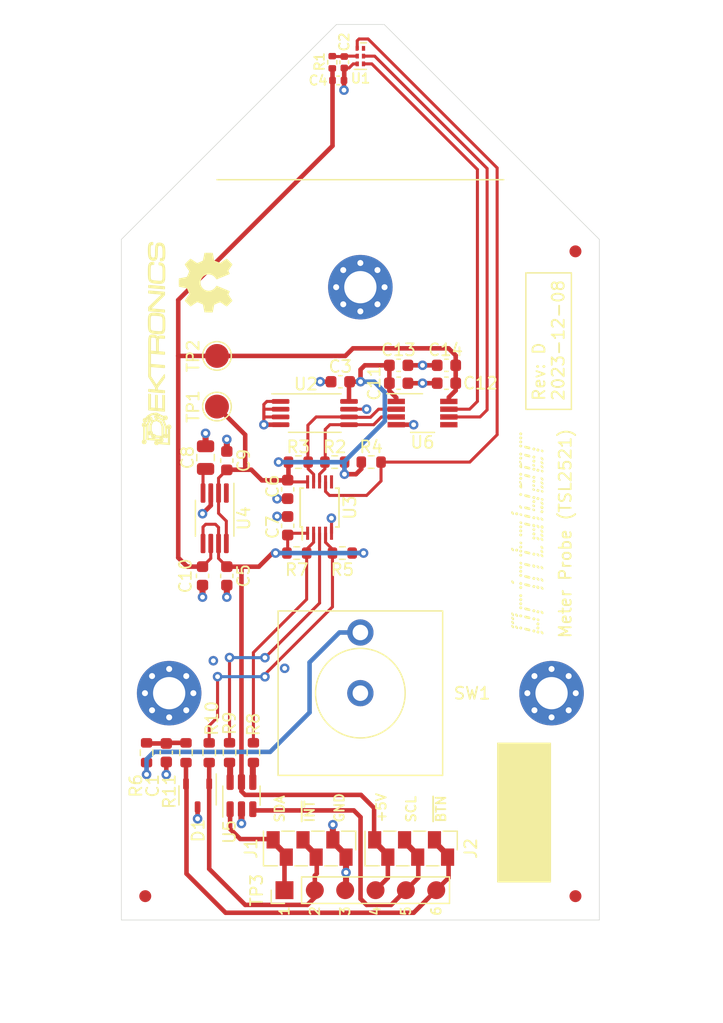
<source format=kicad_pcb>
(kicad_pcb (version 20221018) (generator pcbnew)
  (title_block (title "Printalyzer - Meter Probe (TSL2521)") (date "2023-12-08") (rev "D") (company "Dektronics, Inc.") (comment 1 "Derek Konigsberg"))
  (layers (0 "F.Cu" signal) (1 "In1.Cu" power) (2 "In2.Cu" power) (31 "B.Cu" signal) (34 "B.Paste" user) (35 "F.Paste" user) (36 "B.SilkS" user "B.Silkscreen") (37 "F.SilkS" user "F.Silkscreen") (38 "B.Mask" user) (39 "F.Mask" user) (44 "Edge.Cuts" user))
  (net 0 "")
  (net 1 "GND")
  (net 2 "+3.3V")
  (net 3 "+5V")
  (net 4 "/PROBE_BTN")
  (net 5 "/PROBE_CONN_INT")
  (net 6 "/PROBE_CONN_BTN")
  (net 7 "/PROBE_CONN_SDA")
  (net 8 "/PROBE_CONN_SCL")
  (net 9 "/SENSOR_INT")
  (net 10 "/PROBE_INT")
  (net 11 "/SENSOR_SCL")
  (net 12 "/SENSOR_SDA")
  (net 13 "/PROBE_SCL")
  (net 14 "Net-(U4-BYPASS)")
  (net 15 "/PROBE_SDA")
  (net 16 "Net-(R8-Pad2)")
  (net 18 "+1V8")
  (net 19 "Net-(U1-VDD)")
  (net 20 "Net-(R9-Pad2)")
  (net 23 "/3V3_SDA")
  (net 24 "/3V3_SCL")
  (net 25 "Net-(R6-Pad1)")
  (footprint "MountingHole:MountingHole_2.7mm_M2.5_Pad_Via" (layer "F.Cu") (at 104 116)
    (fp_text reference "H1" hide)
    (fp_text value "MountingHole_Pad" hide)
    (pad "1" thru_hole circle locked (at -2.025 0) (size 0.8 0.8) (drill 0.5) (layers "*.Cu" "*.Mask") (net 1 "GND"))
    (pad "1" thru_hole circle locked (at -1.431891 -1.431891) (size 0.8 0.8) (drill 0.5) (layers "*.Cu" "*.Mask") (net 1 "GND"))
    (pad "1" thru_hole circle locked (at -1.431891 1.431891) (size 0.8 0.8) (drill 0.5) (layers "*.Cu" "*.Mask") (net 1 "GND"))
    (pad "1" thru_hole circle locked (at 0 -2.025) (size 0.8 0.8) (drill 0.5) (layers "*.Cu" "*.Mask") (net 1 "GND"))
    (pad "1" thru_hole circle locked (at 0 0) (size 5.4 5.4) (drill 2.7) (layers "*.Cu" "*.Mask") (net 1 "GND"))
    (pad "1" thru_hole circle locked (at 0 2.025) (size 0.8 0.8) (drill 0.5) (layers "*.Cu" "*.Mask") (net 1 "GND"))
    (pad "1" thru_hole circle locked (at 1.431891 -1.431891) (size 0.8 0.8) (drill 0.5) (layers "*.Cu" "*.Mask") (net 1 "GND"))
    (pad "1" thru_hole circle locked (at 1.431891 1.431891) (size 0.8 0.8) (drill 0.5) (layers "*.Cu" "*.Mask") (net 1 "GND"))
    (pad "1" thru_hole circle locked (at 2.025 0) (size 0.8 0.8) (drill 0.5) (layers "*.Cu" "*.Mask") (net 1 "GND"))
  )
  (footprint "MountingHole:MountingHole_2.7mm_M2.5_Pad_Via" (layer "F.Cu") (at 136 116)
    (fp_text reference "H2" hide)
    (fp_text value "MountingHole_Pad" hide)
    (pad "1" thru_hole circle locked (at -2.025 0) (size 0.8 0.8) (drill 0.5) (layers "*.Cu" "*.Mask") (net 1 "GND"))
    (pad "1" thru_hole circle locked (at -1.431891 -1.431891) (size 0.8 0.8) (drill 0.5) (layers "*.Cu" "*.Mask") (net 1 "GND"))
    (pad "1" thru_hole circle locked (at -1.431891 1.431891) (size 0.8 0.8) (drill 0.5) (layers "*.Cu" "*.Mask") (net 1 "GND"))
    (pad "1" thru_hole circle locked (at 0 -2.025) (size 0.8 0.8) (drill 0.5) (layers "*.Cu" "*.Mask") (net 1 "GND"))
    (pad "1" thru_hole circle locked (at 0 0) (size 5.4 5.4) (drill 2.7) (layers "*.Cu" "*.Mask") (net 1 "GND"))
    (pad "1" thru_hole circle locked (at 0 2.025) (size 0.8 0.8) (drill 0.5) (layers "*.Cu" "*.Mask") (net 1 "GND"))
    (pad "1" thru_hole circle locked (at 1.431891 -1.431891) (size 0.8 0.8) (drill 0.5) (layers "*.Cu" "*.Mask") (net 1 "GND"))
    (pad "1" thru_hole circle locked (at 1.431891 1.431891) (size 0.8 0.8) (drill 0.5) (layers "*.Cu" "*.Mask") (net 1 "GND"))
    (pad "1" thru_hole circle locked (at 2.025 0) (size 0.8 0.8) (drill 0.5) (layers "*.Cu" "*.Mask") (net 1 "GND"))
  )
  (footprint "MountingHole:MountingHole_2.7mm_M2.5_Pad_Via" (layer "F.Cu") (at 120 82)
    (fp_text reference "H3" hide)
    (fp_text value "MountingHole_Pad" hide)
    (pad "1" thru_hole circle locked (at -2.025 0) (size 0.8 0.8) (drill 0.5) (layers "*.Cu" "*.Mask") (net 1 "GND"))
    (pad "1" thru_hole circle locked (at -1.431891 -1.431891) (size 0.8 0.8) (drill 0.5) (layers "*.Cu" "*.Mask") (net 1 "GND"))
    (pad "1" thru_hole circle locked (at -1.431891 1.431891) (size 0.8 0.8) (drill 0.5) (layers "*.Cu" "*.Mask") (net 1 "GND"))
    (pad "1" thru_hole circle locked (at 0 -2.025) (size 0.8 0.8) (drill 0.5) (layers "*.Cu" "*.Mask") (net 1 "GND"))
    (pad "1" thru_hole circle locked (at 0 0) (size 5.4 5.4) (drill 2.7) (layers "*.Cu" "*.Mask") (net 1 "GND"))
    (pad "1" thru_hole circle locked (at 0 2.025) (size 0.8 0.8) (drill 0.5) (layers "*.Cu" "*.Mask") (net 1 "GND"))
    (pad "1" thru_hole circle locked (at 1.431891 -1.431891) (size 0.8 0.8) (drill 0.5) (layers "*.Cu" "*.Mask") (net 1 "GND"))
    (pad "1" thru_hole circle locked (at 1.431891 1.431891) (size 0.8 0.8) (drill 0.5) (layers "*.Cu" "*.Mask") (net 1 "GND"))
    (pad "1" thru_hole circle locked (at 2.025 0) (size 0.8 0.8) (drill 0.5) (layers "*.Cu" "*.Mask") (net 1 "GND"))
  )
  (footprint "lib_fp:SW_Key_6425_0101" (layer "F.Cu") (at 120 116)
    (fp_text reference "SW1" (at 9.35 0.01) (layer "F.SilkS"))
    (fp_text value "Sensor Button")
    (pad "" np_thru_hole circle locked (at -5.08 5.08) (size 1.3 1.3) (drill 1.3) (layers "*.Cu" "*.Mask"))
    (pad "" np_thru_hole circle locked (at 5.08 -5.08) (size 1.3 1.3) (drill 1.3) (layers "*.Cu" "*.Mask"))
    (pad "1" thru_hole circle locked (at 0 0) (size 2.2 2.2) (drill 1.3) (layers "*.Cu" "*.Mask") (net 1 "GND"))
    (pad "2" thru_hole circle locked (at 0 -5.08) (size 2.2 2.2) (drill 1.3) (layers "*.Cu" "*.Mask") (net 25 "Net-(R6-Pad1)"))
  )
  (footprint "lib_fp:Printalyzer-logo-16_9mm" (layer "F.Cu") (at 133.97 102.6234 90)
    (fp_text reference "G***" hide)
    (fp_text value "LOGO" hide)
  )
  (footprint "lib_fp:OSHW-logo_5mm" (layer "F.Cu") (at 107.05 81.6184 90)
    (fp_text reference "G***" hide)
    (fp_text value "OSHW-logo_5mm" hide)
  )
  (footprint "Resistor_SMD:R_0603_1608Metric" (layer "F.Cu") (at 117.856 96.647 180)
    (fp_text reference "R2" (at 0 1.27) (layer "F.SilkS"))
    (fp_text value "2K")
    (pad "1" smd roundrect (at -0.825 0 180) (size 0.8 0.95) (layers "F.Cu" "F.Paste" "F.Mask") (net 2 "+3.3V"))
    (pad "2" smd roundrect (at 0.825 0 180) (size 0.8 0.95) (layers "F.Cu" "F.Paste" "F.Mask") (net 23 "/3V3_SDA"))
  )
  (footprint "TestPoint:TestPoint_Pad_D2.0mm" (layer "F.Cu") (at 108.0008 87.757 90)
    (fp_text reference "TP2" (at 0 -1.998 90) (layer "F.SilkS"))
    (fp_text value "1.8V")
    (pad "1" smd circle (at 0 0 90) (size 2 2) (layers "F.Cu" "F.Mask") (net 18 "+1V8"))
  )
  (footprint "Capacitor_SMD:C_0402_1005Metric" (layer "F.Cu") (at 118.15 64.687)
    (fp_text reference "C4" (at -1.691 0) (layer "F.SilkS") (effects (font (size 0.8 0.8))))
    (fp_text value "4.7uF")
    (pad "1" smd roundrect (at -0.48 0) (size 0.56 0.62) (layers "F.Cu" "F.Paste" "F.Mask") (net 18 "+1V8"))
    (pad "2" smd roundrect (at 0.48 0) (size 0.56 0.62) (layers "F.Cu" "F.Paste" "F.Mask") (net 1 "GND"))
  )
  (footprint "Capacitor_SMD:C_0603_1608Metric" (layer "F.Cu") (at 108.824 96.5274 -90)
    (fp_text reference "C9" (at -0.0074 -1.412 90) (layer "F.SilkS"))
    (fp_text value "1uF")
    (pad "1" smd roundrect (at -0.775 0 270) (size 0.9 0.95) (layers "F.Cu" "F.Paste" "F.Mask") (net 1 "GND"))
    (pad "2" smd roundrect (at 0.775 0 270) (size 0.9 0.95) (layers "F.Cu" "F.Paste" "F.Mask") (net 2 "+3.3V"))
  )
  (footprint "Fiducial:Fiducial_1mm_Mask2mm" (layer "F.Cu") (at 138 79)
    (fp_text reference "FID3" hide)
    (fp_text value "Fiducial")
    (pad "" smd circle (at 0 0) (size 1 1) (layers "F.Cu" "F.Mask") (clearance 0.5))
  )
  (footprint "Capacitor_SMD:C_0402_1005Metric" (layer "F.Cu") (at 118.65 63.163 -90)
    (fp_text reference "C2" (at -1.695 0 90) (layer "F.SilkS") (effects (font (size 0.8 0.8))))
    (fp_text value "1uF")
    (pad "1" smd roundrect (at -0.48 0 270) (size 0.56 0.62) (layers "F.Cu" "F.Paste" "F.Mask") (net 19 "Net-(U1-VDD)"))
    (pad "2" smd roundrect (at 0.48 0 270) (size 0.56 0.62) (layers "F.Cu" "F.Paste" "F.Mask") (net 1 "GND"))
  )
  (footprint "lib_fp:TestPoint_1x06_P2.54mm" (layer "F.Cu") (at 113.65 132.5 90)
    (fp_text reference "TP3" (at 0 -2.33 90) (layer "F.SilkS"))
    (fp_text value "Test")
    (pad "1" smd rect (at 0 0 90) (size 1.5 1.5) (layers "F.Cu" "F.Mask") (net 7 "/PROBE_CONN_SDA"))
    (pad "2" smd circle (at 0 2.54 90) (size 1.5 1.5) (layers "F.Cu" "F.Mask") (net 5 "/PROBE_CONN_INT"))
    (pad "3" smd circle (at 0 5.08 90) (size 1.5 1.5) (layers "F.Cu" "F.Mask") (net 1 "GND"))
    (pad "4" smd circle (at 0 7.62 90) (size 1.5 1.5) (layers "F.Cu" "F.Mask") (net 3 "+5V"))
    (pad "5" smd circle (at 0 10.16 90) (size 1.5 1.5) (layers "F.Cu" "F.Mask") (net 8 "/PROBE_CONN_SCL"))
    (pad "6" smd circle (at 0 12.7 90) (size 1.5 1.5) (layers "F.Cu" "F.Mask") (net 6 "/PROBE_CONN_BTN"))
  )
  (footprint "Capacitor_SMD:C_0603_1608Metric" (layer "F.Cu") (at 123.203 88.543 180)
    (fp_text reference "C13" (at 0.013 1.294 180) (layer "F.SilkS"))
    (fp_text value "1uF")
    (pad "1" smd roundrect (at -0.775 0 180) (size 0.9 0.95) (layers "F.Cu" "F.Paste" "F.Mask") (net 1 "GND"))
    (pad "2" smd roundrect (at 0.775 0 180) (size 0.9 0.95) (layers "F.Cu" "F.Paste" "F.Mask") (net 2 "+3.3V"))
  )
  (footprint "Capacitor_SMD:C_0603_1608Metric" (layer "F.Cu") (at 103.759 120.9876 -90)
    (fp_text reference "C1" (at 1.6944 1.143 90) (layer "F.SilkS") (effects (justify right)))
    (fp_text value "1uF")
    (pad "1" smd roundrect (at -0.775 0 270) (size 0.9 0.95) (layers "F.Cu" "F.Paste" "F.Mask") (net 4 "/PROBE_BTN"))
    (pad "2" smd roundrect (at 0.775 0 270) (size 0.9 0.95) (layers "F.Cu" "F.Paste" "F.Mask") (net 1 "GND"))
  )
  (footprint "Capacitor_SMD:C_0603_1608Metric" (layer "F.Cu") (at 127.203 90.043 180)
    (fp_text reference "C12" (at -2.845 0) (layer "F.SilkS"))
    (fp_text value "0.1uF")
    (pad "1" smd roundrect (at -0.775 0 180) (size 0.9 0.95) (layers "F.Cu" "F.Paste" "F.Mask") (net 18 "+1V8"))
    (pad "2" smd roundrect (at 0.775 0 180) (size 0.9 0.95) (layers "F.Cu" "F.Paste" "F.Mask") (net 1 "GND"))
  )
  (footprint "lib_fp:AMS_TSL2585_OLGA-6_2x1mm_P0.65mm" (layer "F.Cu") (at 120 62.65)
    (fp_text reference "U1" (at 0.015 1.866 180) (layer "F.SilkS") (effects (font (size 0.8 0.8))))
    (fp_text value "TSL2521")
    (pad "1" smd roundrect locked (at -0.2625 -0.65) (size 0.275 0.4) (layers "F.Cu" "F.Paste" "F.Mask") (roundrect_rratio 0) (chamfer_ratio 0.254545) (chamfer bottom_right) (net 9 "/SENSOR_INT"))
    (pad "2" smd rect locked (at -0.2625 0) (size 0.275 0.4) (layers "F.Cu" "F.Paste" "F.Mask") (net 19 "Net-(U1-VDD)"))
    (pad "3" smd rect locked (at -0.2625 0.65) (size 0.275 0.4) (layers "F.Cu" "F.Paste" "F.Mask") (net 1 "GND"))
    (pad "4" smd rect locked (at 0.2625 0.65) (size 0.275 0.4) (layers "F.Cu" "F.Paste" "F.Mask") (net 11 "/SENSOR_SCL"))
    (pad "5" smd rect locked (at 0.2625 0) (size 0.275 0.4) (layers "F.Cu" "F.Paste" "F.Mask") (net 12 "/SENSOR_SDA"))
    (pad "6" smd rect locked (at 0.2625 -0.65) (size 0.275 0.4) (layers "F.Cu" "F.Paste" "F.Mask"))
  )
  (footprint "Resistor_SMD:R_0603_1608Metric" (layer "F.Cu") (at 109.05 120.9809 -90)
    (fp_text reference "R9" (at -2.4625 0 90) (layer "F.SilkS"))
    (fp_text value "33R")
    (pad "1" smd roundrect (at -0.825 0 270) (size 0.8 0.95) (layers "F.Cu" "F.Paste" "F.Mask") (net 15 "/PROBE_SDA"))
    (pad "2" smd roundrect (at 0.825 0 270) (size 0.8 0.95) (layers "F.Cu" "F.Paste" "F.Mask") (net 20 "Net-(R9-Pad2)"))
  )
  (footprint "Package_SO:TSSOP-8_4.4x3mm_P0.65mm" (layer "F.Cu") (at 116.1875 92.5434)
    (fp_text reference "U2" (at -0.7445 -2.425) (layer "F.SilkS"))
    (fp_text value "M24C02-D")
    (pad "1" smd roundrect (at -2.8625 -0.975) (size 1.475 0.4) (layers "F.Cu" "F.Paste" "F.Mask") (net 1 "GND"))
    (pad "2" smd roundrect (at -2.8625 -0.325) (size 1.475 0.4) (layers "F.Cu" "F.Paste" "F.Mask") (net 1 "GND"))
    (pad "3" smd roundrect (at -2.8625 0.325) (size 1.475 0.4) (layers "F.Cu" "F.Paste" "F.Mask") (net 1 "GND"))
    (pad "4" smd roundrect (at -2.8625 0.975) (size 1.475 0.4) (layers "F.Cu" "F.Paste" "F.Mask") (net 1 "GND"))
    (pad "5" smd roundrect (at 2.8625 0.975) (size 1.475 0.4) (layers "F.Cu" "F.Paste" "F.Mask") (net 23 "/3V3_SDA"))
    (pad "6" smd roundrect (at 2.8625 0.325) (size 1.475 0.4) (layers "F.Cu" "F.Paste" "F.Mask") (net 24 "/3V3_SCL"))
    (pad "7" smd roundrect (at 2.8625 -0.325) (size 1.475 0.4) (layers "F.Cu" "F.Paste" "F.Mask") (net 1 "GND"))
    (pad "8" smd roundrect (at 2.8625 -0.975) (size 1.475 0.4) (layers "F.Cu" "F.Paste" "F.Mask") (net 2 "+3.3V"))
  )
  (footprint "Resistor_SMD:R_0603_1608Metric" (layer "F.Cu") (at 107.35 120.9876 -90)
    (fp_text reference "R10" (at -2.8776 -0.219 90) (layer "F.SilkS"))
    (fp_text value "33R")
    (pad "1" smd roundrect (at -0.825 0 270) (size 0.8 0.95) (layers "F.Cu" "F.Paste" "F.Mask") (net 10 "/PROBE_INT"))
    (pad "2" smd roundrect (at 0.825 0 270) (size 0.8 0.95) (layers "F.Cu" "F.Paste" "F.Mask") (net 5 "/PROBE_CONN_INT"))
  )
  (footprint "Capacitor_SMD:C_0603_1608Metric" (layer "F.Cu") (at 127.203 88.543 180)
    (fp_text reference "C14" (at 0.076 1.294) (layer "F.SilkS"))
    (fp_text value "1uF")
    (pad "1" smd roundrect (at -0.775 0 180) (size 0.9 0.95) (layers "F.Cu" "F.Paste" "F.Mask") (net 18 "+1V8"))
    (pad "2" smd roundrect (at 0.775 0 180) (size 0.9 0.95) (layers "F.Cu" "F.Paste" "F.Mask") (net 1 "GND"))
  )
  (footprint "Resistor_SMD:R_0603_1608Metric" (layer "F.Cu") (at 102.108 120.988 90)
    (fp_text reference "R6" (at -1.694 -0.889 90) (layer "F.SilkS") (effects (justify right)))
    (fp_text value "220R")
    (pad "1" smd roundrect (at -0.825 0 90) (size 0.8 0.95) (layers "F.Cu" "F.Paste" "F.Mask") (net 25 "Net-(R6-Pad1)"))
    (pad "2" smd roundrect (at 0.825 0 90) (size 0.8 0.95) (layers "F.Cu" "F.Paste" "F.Mask") (net 4 "/PROBE_BTN"))
  )
  (footprint "Fiducial:Fiducial_1mm_Mask2mm" (layer "F.Cu") (at 102 133)
    (fp_text reference "FID1" hide)
    (fp_text value "Fiducial")
    (pad "" smd circle (at 0 0) (size 1 1) (layers "F.Cu" "F.Mask") (clearance 0.5))
  )
  (footprint "lib_fp:AVX_IDC-009175-003-001" (layer "F.Cu") (at 115.75 129.0084 90)
    (fp_text reference "J1" (at 0 -4.9 90) (layer "F.SilkS"))
    (fp_text value "Cable")
    (pad "1" smd custom (at 0 -2.5 90) (size 0.1 0.1) (layers "F.Cu" "F.Mask") (net 7 "/PROBE_CONN_SDA") (options (clearance outline) (anchor circle)) (primitives (gr_poly (pts (xy 0 -1.1) (xy 1.45 -1.1) (xy 1.45 0) (xy 0.3536 0) (xy 0 0.3536) (xy 0 1.1) (xy -1.45 1.1) (xy -1.45 0) (xy -0.3536 0) (xy 0 -0.3536)) (width 0) (fill yes))))
    (pad "2" smd custom (at 0 0 90) (size 0.1 0.1) (layers "F.Cu" "F.Mask") (net 5 "/PROBE_CONN_INT") (options (clearance outline) (anchor circle)) (primitives (gr_poly (pts (xy 0 -1.1) (xy 1.45 -1.1) (xy 1.45 0) (xy 0.3536 0) (xy 0 0.3536) (xy 0 1.1) (xy -1.45 1.1) (xy -1.45 0) (xy -0.3536 0) (xy 0 -0.3536)) (width 0) (fill yes))))
    (pad "3" smd custom (at 0 2.5 90) (size 0.1 0.1) (layers "F.Cu" "F.Mask") (net 1 "GND") (options (clearance outline) (anchor circle)) (primitives (gr_poly (pts (xy 0 -1.1) (xy 1.45 -1.1) (xy 1.45 0) (xy 0.3536 0) (xy 0 0.3536) (xy 0 1.1) (xy -1.45 1.1) (xy -1.45 0) (xy -0.3536 0) (xy 0 -0.3536)) (width 0) (fill yes))))
  )
  (footprint "Package_SO:VSSOP-8_3.0x3.0mm_P0.65mm" (layer "F.Cu") (at 125.203 92.543)
    (fp_text reference "U6" (at 0 2.453) (layer "F.SilkS"))
    (fp_text value "TCA9801")
    (pad "1" smd rect (at -2.2 -0.975 270) (size 0.45 1.45) (layers "F.Cu" "F.Paste" "F.Mask") (net 2 "+3.3V"))
    (pad "2" smd rect (at -2.2 -0.325 270) (size 0.45 1.45) (layers "F.Cu" "F.Paste" "F.Mask") (net 24 "/3V3_SCL"))
    (pad "3" smd rect (at -2.2 0.325 270) (size 0.45 1.45) (layers "F.Cu" "F.Paste" "F.Mask") (net 23 "/3V3_SDA"))
    (pad "4" smd rect (at -2.2 0.975 270) (size 0.45 1.45) (layers "F.Cu" "F.Paste" "F.Mask") (net 1 "GND"))
    (pad "5" smd rect (at 2.2 0.975 270) (size 0.45 1.45) (layers "F.Cu" "F.Paste" "F.Mask"))
    (pad "6" smd rect (at 2.2 0.325 270) (size 0.45 1.45) (layers "F.Cu" "F.Paste" "F.Mask") (net 12 "/SENSOR_SDA"))
    (pad "7" smd rect (at 2.2 -0.325 270) (size 0.45 1.45) (layers "F.Cu" "F.Paste" "F.Mask") (net 11 "/SENSOR_SCL"))
    (pad "8" smd rect (at 2.2 -0.975 270) (size 0.45 1.45) (layers "F.Cu" "F.Paste" "F.Mask") (net 18 "+1V8"))
  )
  (footprint "Capacitor_SMD:C_0805_2012Metric" (layer "F.Cu") (at 107.046 96.2734 -90)
    (fp_text reference "C8" (at 0 1.509 90) (layer "F.SilkS"))
    (fp_text value "10nF")
    (pad "1" smd roundrect (at -0.95 0 270) (size 1 1.45) (layers "F.Cu" "F.Paste" "F.Mask") (net 1 "GND"))
    (pad "2" smd roundrect (at 0.95 0 270) (size 1 1.45) (layers "F.Cu" "F.Paste" "F.Mask") (net 14 "Net-(U4-BYPASS)"))
  )
  (footprint "Resistor_SMD:R_0603_1608Metric" (layer "F.Cu") (at 114.808 96.6499)
    (fp_text reference "R3" (at 0 -1.2729) (layer "F.SilkS"))
    (fp_text value "2K")
    (pad "1" smd roundrect (at -0.825 0) (size 0.8 0.95) (layers "F.Cu" "F.Paste" "F.Mask") (net 2 "+3.3V"))
    (pad "2" smd roundrect (at 0.825 0) (size 0.8 0.95) (layers "F.Cu" "F.Paste" "F.Mask") (net 24 "/3V3_SCL"))
  )
  (footprint "Resistor_SMD:R_0603_1608Metric" (layer "F.Cu") (at 105.41 120.9876 -90)
    (fp_text reference "R11" (at 1.6944 1.397 90) (layer "F.SilkS") (effects (justify right)))
    (fp_text value "220R")
    (pad "1" smd roundrect (at -0.825 0 270) (size 0.8 0.95) (layers "F.Cu" "F.Paste" "F.Mask") (net 4 "/PROBE_BTN"))
    (pad "2" smd roundrect (at 0.825 0 270) (size 0.8 0.95) (layers "F.Cu" "F.Paste" "F.Mask") (net 6 "/PROBE_CONN_BTN"))
  )
  (footprint "Resistor_SMD:R_0402_1005Metric" (layer "F.Cu") (at 117.65 63.163 -90)
    (fp_text reference "R1" (at -0.044 1.064 90) (layer "F.SilkS") (effects (font (size 0.8 0.8))))
    (fp_text value "22R")
    (pad "1" smd roundrect (at -0.51 0 270) (size 0.54 0.64) (layers "F.Cu" "F.Paste" "F.Mask") (net 19 "Net-(U1-VDD)"))
    (pad "2" smd roundrect (at 0.51 0 270) (size 0.54 0.64) (layers "F.Cu" "F.Paste" "F.Mask") (net 18 "+1V8"))
  )
  (footprint "Capacitor_SMD:C_0603_1608Metric" (layer "F.Cu") (at 113.919 98.933 -90)
    (fp_text reference "C6" (at -0.254 1.27 90) (layer "F.SilkS"))
    (fp_text value "0.1uF")
    (pad "1" smd roundrect (at -0.775 0 270) (size 0.9 0.95) (layers "F.Cu" "F.Paste" "F.Mask") (net 2 "+3.3V"))
    (pad "2" smd roundrect (at 0.775 0 270) (size 0.9 0.95) (layers "F.Cu" "F.Paste" "F.Mask") (net 1 "GND"))
  )
  (footprint "lib_fp:SOT23-3L" (layer "F.Cu") (at 106.38 124.5634 -90)
    (fp_text reference "D1" (at 2.9446 -0.046 90) (layer "F.SilkS"))
    (fp_text value "ESDA6V1L")
    (pad "1" smd roundrect (at -0.97 -0.97 270) (size 0.95 0.48) (layers "F.Cu" "F.Paste" "F.Mask") (net 5 "/PROBE_CONN_INT"))
    (pad "2" smd roundrect (at -0.97 0.97 270) (size 0.95 0.48) (layers "F.Cu" "F.Paste" "F.Mask") (net 6 "/PROBE_CONN_BTN"))
    (pad "3" smd roundrect (at 0.97 0 270) (size 0.95 0.48) (layers "F.Cu" "F.Paste" "F.Mask") (net 1 "GND"))
  )
  (footprint "Resistor_SMD:R_0603_1608Metric" (layer "F.Cu") (at 111.05 120.9809 -90)
    (fp_text reference "R8" (at -2.3625 0 90) (layer "F.SilkS"))
    (fp_text value "33R")
    (pad "1" smd roundrect (at -0.825 0 270) (size 0.8 0.95) (layers "F.Cu" "F.Paste" "F.Mask") (net 13 "/PROBE_SCL"))
    (pad "2" smd roundrect (at 0.825 0 270) (size 0.8 0.95) (layers "F.Cu" "F.Paste" "F.Mask") (net 16 "Net-(R8-Pad2)"))
  )
  (footprint "Resistor_SMD:R_0603_1608Metric" (layer "F.Cu") (at 114.681 104.267)
    (fp_text reference "R7" (at 0 1.397) (layer "F.SilkS"))
    (fp_text value "47K")
    (pad "1" smd roundrect (at -0.825 0) (size 0.8 0.95) (layers "F.Cu" "F.Paste" "F.Mask") (net 3 "+5V"))
    (pad "2" smd roundrect (at 0.825 0) (size 0.8 0.95) (layers "F.Cu" "F.Paste" "F.Mask") (net 13 "/PROBE_SCL"))
  )
  (footprint "Capacitor_SMD:C_0603_1608Metric" (layer "F.Cu") (at 113.919 101.981 -90)
    (fp_text reference "C7" (at 0.127 1.27 90) (layer "F.SilkS"))
    (fp_text value "0.1uF")
    (pad "1" smd roundrect (at -0.775 0 270) (size 0.9 0.95) (layers "F.Cu" "F.Paste" "F.Mask") (net 1 "GND"))
    (pad "2" smd roundrect (at 0.775 0 270) (size 0.9 0.95) (layers "F.Cu" "F.Paste" "F.Mask") (net 3 "+5V"))
  )
  (footprint "Package_TO_SOT_SMD:SOT-23-6" (layer "F.Cu") (at 110.05 124.5809 90)
    (fp_text reference "U5" (at -3.0375 -1 90) (layer "F.SilkS"))
    (fp_text value "USBLC6-2SC6")
    (pad "1" smd roundrect (at -1.1375 -0.95 90) (size 1.325 0.6) (layers "F.Cu" "F.Paste" "F.Mask") (net 7 "/PROBE_CONN_SDA"))
    (pad "2" smd roundrect (at -1.1375 0 90) (size 1.325 0.6) (layers "F.Cu" "F.Paste" "F.Mask") (net 1 "GND"))
    (pad "3" smd roundrect (at -1.1375 0.95 90) (size 1.325 0.6) (layers "F.Cu" "F.Paste" "F.Mask") (net 8 "/PROBE_CONN_SCL"))
    (pad "4" smd roundrect (at 1.1375 0.95 90) (size 1.325 0.6) (layers "F.Cu" "F.Paste" "F.Mask") (net 16 "Net-(R8-Pad2)"))
    (pad "5" smd roundrect (at 1.1375 0 90) (size 1.325 0.6) (layers "F.Cu" "F.Paste" "F.Mask") (net 3 "+5V"))
    (pad "6" smd roundrect (at 1.1375 -0.95 90) (size 1.325 0.6) (layers "F.Cu" "F.Paste" "F.Mask") (net 20 "Net-(R9-Pad2)"))
  )
  (footprint "lib_fp:AVX_IDC-009175-003-001" (layer "F.Cu") (at 124.25 129.0084 90)
    (fp_text reference "J2" (at 0 4.993 90) (layer "F.SilkS"))
    (fp_text value "Cable")
    (pad "1" smd custom (at 0 -2.5 90) (size 0.1 0.1) (layers "F.Cu" "F.Mask") (net 3 "+5V") (options (clearance outline) (anchor circle)) (primitives (gr_poly (pts (xy 0 -1.1) (xy 1.45 -1.1) (xy 1.45 0) (xy 0.3536 0) (xy 0 0.3536) (xy 0 1.1) (xy -1.45 1.1) (xy -1.45 0) (xy -0.3536 0) (xy 0 -0.3536)) (width 0) (fill yes))))
    (pad "2" smd custom (at 0 0 90) (size 0.1 0.1) (layers "F.Cu" "F.Mask") (net 8 "/PROBE_CONN_SCL") (options (clearance outline) (anchor circle)) (primitives (gr_poly (pts (xy 0 -1.1) (xy 1.45 -1.1) (xy 1.45 0) (xy 0.3536 0) (xy 0 0.3536) (xy 0 1.1) (xy -1.45 1.1) (xy -1.45 0) (xy -0.3536 0) (xy 0 -0.3536)) (width 0) (fill yes))))
    (pad "3" smd custom (at 0 2.5 90) (size 0.1 0.1) (layers "F.Cu" "F.Mask") (net 6 "/PROBE_CONN_BTN") (options (clearance outline) (anchor circle)) (primitives (gr_poly (pts (xy 0 -1.1) (xy 1.45 -1.1) (xy 1.45 0) (xy 0.3536 0) (xy 0 0.3536) (xy 0 1.1) (xy -1.45 1.1) (xy -1.45 0) (xy -0.3536 0) (xy 0 -0.3536)) (width 0) (fill yes))))
  )
  (footprint "Resistor_SMD:R_0603_1608Metric" (layer "F.Cu") (at 120.904 96.647)
    (fp_text reference "R4" (at 0 -1.27) (layer "F.SilkS"))
    (fp_text value "10K")
    (pad "1" smd roundrect (at -0.825 0) (size 0.8 0.95) (layers "F.Cu" "F.Paste" "F.Mask") (net 2 "+3.3V"))
    (pad "2" smd roundrect (at 0.825 0) (size 0.8 0.95) (layers "F.Cu" "F.Paste" "F.Mask") (net 9 "/SENSOR_INT"))
  )
  (footprint "TestPoint:TestPoint_Pad_D2.0mm" (layer "F.Cu") (at 108 92 90)
    (fp_text reference "TP1" (at 0 -1.998 90) (layer "F.SilkS"))
    (fp_text value "3.3V")
    (pad "1" smd circle (at 0 0 90) (size 2 2) (layers "F.Cu" "F.Mask") (net 2 "+3.3V"))
  )
  (footprint "Package_SO:MSOP-8_3x3mm_P0.65mm" (layer "F.Cu") (at 107.808 101.3534 -90)
    (fp_text reference "U4" (at 0 -2.45 90) (layer "F.SilkS"))
    (fp_text value "TC1301A-APA")
    (pad "1" smd roundrect (at -2.1125 -0.975 270) (size 1.625 0.4) (layers "F.Cu" "F.Paste" "F.Mask"))
    (pad "2" smd roundrect (at -2.1125 -0.325 270) (size 1.625 0.4) (layers "F.Cu" "F.Paste" "F.Mask") (net 2 "+3.3V"))
    (pad "3" smd roundrect (at -2.1125 0.325 270) (size 1.625 0.4) (layers "F.Cu" "F.Paste" "F.Mask") (net 1 "GND"))
    (pad "4" smd roundrect (at -2.1125 0.975 270) (size 1.625 0.4) (layers "F.Cu" "F.Paste" "F.Mask") (net 14 "Net-(U4-BYPASS)"))
    (pad "5" smd roundrect (at 2.1125 0.975 270) (size 1.625 0.4) (layers "F.Cu" "F.Paste" "F.Mask") (net 3 "+5V"))
    (pad "6" smd roundrect (at 2.1125 0.325 270) (size 1.625 0.4) (layers "F.Cu" "F.Paste" "F.Mask") (net 18 "+1V8"))
    (pad "7" smd roundrect (at 2.1125 -0.325 270) (size 1.625 0.4) (layers "F.Cu" "F.Paste" "F.Mask") (net 3 "+5V"))
    (pad "8" smd roundrect (at 2.1125 -0.975 270) (size 1.625 0.4) (layers "F.Cu" "F.Paste" "F.Mask") (net 2 "+3.3V"))
  )
  (footprint "Package_SO:TSSOP-10_3x3mm_P0.5mm" (layer "F.Cu") (at 116.586 100.457 90)
    (fp_text reference "U3" (at 0 2.54 90) (layer "F.SilkS"))
    (fp_text value "PCA9527")
    (pad "1" smd rect (at -2.15 -1 90) (size 1.1 0.25) (layers "F.Cu" "F.Paste" "F.Mask") (net 3 "+5V"))
    (pad "2" smd rect (at -2.15 -0.5 90) (size 1.1 0.25) (layers "F.Cu" "F.Paste" "F.Mask") (net 13 "/PROBE_SCL"))
    (pad "3" smd rect (at -2.15 0 90) (size 1.1 0.25) (layers "F.Cu" "F.Paste" "F.Mask") (net 15 "/PROBE_SDA"))
    (pad "4" smd rect (at -2.15 0.5 90) (size 1.1 0.25) (layers "F.Cu" "F.Paste" "F.Mask") (net 10 "/PROBE_INT"))
    (pad "5" smd rect (at -2.15 1 90) (size 1.1 0.25) (layers "F.Cu" "F.Paste" "F.Mask") (net 1 "GND"))
    (pad "6" smd rect (at 2.15 1 90) (size 1.1 0.25) (layers "F.Cu" "F.Paste" "F.Mask"))
    (pad "7" smd rect (at 2.15 0.5 90) (size 1.1 0.25) (layers "F.Cu" "F.Paste" "F.Mask") (net 9 "/SENSOR_INT"))
    (pad "8" smd rect (at 2.15 0 90) (size 1.1 0.25) (layers "F.Cu" "F.Paste" "F.Mask") (net 23 "/3V3_SDA"))
    (pad "9" smd rect (at 2.15 -0.5 90) (size 1.1 0.25) (layers "F.Cu" "F.Paste" "F.Mask") (net 24 "/3V3_SCL"))
    (pad "10" smd rect (at 2.15 -1 90) (size 1.1 0.25) (layers "F.Cu" "F.Paste" "F.Mask") (net 2 "+3.3V"))
  )
  (footprint "Resistor_SMD:R_0603_1608Metric" (layer "F.Cu") (at 118.491 104.267 180)
    (fp_text reference "R5" (at 0 -1.397) (layer "F.SilkS"))
    (fp_text value "10K")
    (pad "1" smd roundrect (at -0.825 0 180) (size 0.8 0.95) (layers "F.Cu" "F.Paste" "F.Mask") (net 3 "+5V"))
    (pad "2" smd roundrect (at 0.825 0 180) (size 0.8 0.95) (layers "F.Cu" "F.Paste" "F.Mask") (net 10 "/PROBE_INT"))
  )
  (footprint "Capacitor_SMD:C_0603_1608Metric" (layer "F.Cu") (at 106.792 106.1794 90)
    (fp_text reference "C10" (at 0 -1.43 90) (layer "F.SilkS"))
    (fp_text value "1uF")
    (pad "1" smd roundrect (at -0.775 0 90) (size 0.9 0.95) (layers "F.Cu" "F.Paste" "F.Mask") (net 1 "GND"))
    (pad "2" smd roundrect (at 0.775 0 90) (size 0.9 0.95) (layers "F.Cu" "F.Paste" "F.Mask") (net 18 "+1V8"))
  )
  (footprint "lib_fp:Dektronics-logo" (layer "F.Cu") (at 102.8 86.496465 90)
    (fp_text reference "LOGO" hide)
    (fp_text value "G***" hide)
  )
  (footprint "Capacitor_SMD:C_0603_1608Metric" (layer "F.Cu") (at 123.203 90.043)
    (fp_text reference "C11" (at -2.045 0 90) (layer "F.SilkS"))
    (fp_text value "0.1uF")
    (pad "1" smd roundrect (at -0.775 0) (size 0.9 0.95) (layers "F.Cu" "F.Paste" "F.Mask") (net 2 "+3.3V"))
    (pad "2" smd roundrect (at 0.775 0) (size 0.9 0.95) (layers "F.Cu" "F.Paste" "F.Mask") (net 1 "GND"))
  )
  (footprint "Capacitor_SMD:C_0603_1608Metric" (layer "F.Cu") (at 108.824 106.1794 90)
    (fp_text reference "C5" (at 0.0074 1.397 90) (layer "F.SilkS"))
    (fp_text value "1uF")
    (pad "1" smd roundrect (at -0.775 0 90) (size 0.9 0.95) (layers "F.Cu" "F.Paste" "F.Mask") (net 1 "GND"))
    (pad "2" smd roundrect (at 0.775 0 90) (size 0.9 0.95) (layers "F.Cu" "F.Paste" "F.Mask") (net 3 "+5V"))
  )
  (footprint "Fiducial:Fiducial_1mm_Mask2mm" (layer "F.Cu") (at 138 133)
    (fp_text reference "FID2" hide)
    (fp_text value "Fiducial")
    (pad "" smd circle (at 0 0) (size 1 1) (layers "F.Cu" "F.Mask") (clearance 0.5))
  )
  (footprint "Capacitor_SMD:C_0603_1608Metric" (layer "F.Cu") (at 118.325 89.9184)
    (fp_text reference "C3" (at 0 -1.2724) (layer "F.SilkS"))
    (fp_text value "0.1uF")
    (pad "1" smd roundrect (at -0.775 0) (size 0.9 0.95) (layers "F.Cu" "F.Paste" "F.Mask") (net 1 "GND"))
    (pad "2" smd roundrect (at 0.775 0) (size 0.9 0.95) (layers "F.Cu" "F.Paste" "F.Mask") (net 2 "+3.3V"))
  )
  (gr_rect (start 133.85 80.8034) (end 137.66 92.2334) (stroke (width 0.12)) (fill none) (layer "F.SilkS"))
  (gr_line (start 108 73) (end 132 73) (stroke (width 0.12)) (layer "F.SilkS"))
  (gr_rect (start 131.5 120.2) (end 135.9 131.8) (stroke (width 0.12)) (fill solid) (layer "F.SilkS"))
  (gr_line (start 140 135) (end 140 78) (stroke (width 0.05)) (layer "Edge.Cuts"))
  (gr_line (start 118 60) (end 100 78) (stroke (width 0.05)) (layer "Edge.Cuts"))
  (gr_line (start 122 60) (end 140 78) (stroke (width 0.05)) (layer "Edge.Cuts"))
  (gr_line (start 118 60) (end 122 60) (stroke (width 0.05)) (layer "Edge.Cuts"))
  (gr_line (start 100 135) (end 100 78) (stroke (width 0.05)) (layer "Edge.Cuts"))
  (gr_line (start 100 135) (end 140 135) (stroke (width 0.05)) (layer "Edge.Cuts"))
  (gr_text "Rev: ${REVISION}\n${ISSUE_DATE}" (at 135.755 91.5984 90) (layer "F.SilkS") (effects (font (size 1 1)) (justify left)))
  (gr_text "GND" (at 118.25 126.9184 90) (layer "F.SilkS") (effects (font (size 0.8 0.8)) (justify left)))
  (gr_text "~{INT}" (at 115.75 126.9184 90) (layer "F.SilkS") (effects (font (size 0.8 0.8)) (justify left)))
  (gr_text "4" (at 121.27 134.25 90) (layer "F.SilkS") (effects (font (size 0.8 0.8))))
  (gr_text "SDA" (at 113.25 126.9184 90) (layer "F.SilkS") (effects (font (size 0.8 0.8)) (justify left)))
  (gr_text "6" (at 126.35 134.25 90) (layer "F.SilkS") (effects (font (size 0.8 0.8))))
  (gr_text "~{BTN}" (at 126.75 126.9184 90) (layer "F.SilkS") (effects (font (size 0.8 0.8)) (justify left)))
  (gr_text "2" (at 116.19 134.25 90) (layer "F.SilkS") (effects (font (size 0.8 0.8))))
  (gr_text "SCL" (at 124.25 126.9184 90) (layer "F.SilkS") (effects (font (size 0.8 0.8)) (justify left)))
  (gr_text "+5V" (at 121.75 126.9184 90) (layer "F.SilkS") (effects (font (size 0.8 0.8)) (justify left)))
  (gr_text "Meter Probe (TSL2521)" (at 137.145 102.6234 90) (layer "F.SilkS") (effects (font (size 1 1))))
  (gr_text "5" (at 123.81 134.25 90) (layer "F.SilkS") (effects (font (size 0.8 0.8))))
  (gr_text "1" (at 113.65 134.25 90) (layer "F.SilkS") (effects (font (size 0.8 0.8))))
  (gr_text "3" (at 118.73 134.25 90) (layer "F.SilkS") (effects (font (size 0.8 0.8))))
  (segment (start 113.03 101.1936) (end 113.9066 101.1936) (width 0.381) (layer "F.Cu") (net 1))
  (segment (start 118.8 129.5584) (end 118.25 129.0084) (width 0.508) (layer "F.Cu") (net 1))
  (segment (start 110.05 126.9184) (end 110.05 125.7184) (width 0.508) (layer "F.Cu") (net 1))
  (segment (start 123.978 90.043) (end 125.203 90.043) (width 0.381) (layer "F.Cu") (net 1))
  (segment (start 107.483 99.2409) (end 107.483 100.2814) (width 0.381) (layer "F.Cu") (net 1))
  (segment (start 111.975 92.8684) (end 111.925 92.9184) (width 0.254) (layer "F.Cu") (net 1))
  (segment (start 106.792 106.9544) (end 106.792 107.9574) (width 0.508) (layer "F.Cu") (net 1))
  (segment (start 111.925 92.9184) (end 111.925 93.5184) (width 0.254) (layer "F.Cu") (net 1))
  (segment (start 111.925 92.2184) (end 111.925 93.5184) (width 0.254) (layer "F.Cu") (net 1))
  (segment (start 113.325 93.5184) (end 111.925 93.5184) (width 0.381) (layer "F.Cu") (net 1))
  (segment (start 111.925 91.8184) (end 111.925 93.5184) (width 0.254) (layer "F.Cu") (net 1))
  (segment (start 106.38 126.5184) (end 106.38 125.5334) (width 0.381) (layer "F.Cu") (net 1))
  (segment (start 126.428 88.543) (end 125.203 88.543) (width 0.381) (layer "F.Cu") (net 1))
  (segment (start 120.525 92.2184) (end 119.05 92.2184) (width 0.254) (layer "F.Cu") (net 1))
  (segment (start 107.046 94.2414) (end 107.046 95.3234) (width 0.508) (layer "F.Cu") (net 1))
  (segment (start 103.759 122.8184) (end 103.759 121.7626) (width 0.381) (layer "F.Cu") (net 1))
  (segment (start 108.824 94.7494) (end 108.824 95.7524) (width 0.508) (layer "F.Cu") (net 1))
  (segment (start 108.824 106.9544) (end 108.824 107.9574) (width 0.508) (layer "F.Cu") (net 1))
  (segment (start 123.978 88.543) (end 125.203 88.543) (width 0.381) (layer "F.Cu") (net 1))
  (segment (start 118.63 64.687) (end 118.63 65.5) (width 0.381) (layer "F.Cu") (net 1))
  (segment (start 119.4 63.3) (end 119.057 63.643) (width 0.254) (layer "F.Cu") (net 1))
  (segment (start 119.7375 63.3) (end 119.4 63.3) (width 0.254) (layer "F.Cu") (net 1))
  (segment (start 116.6368 89.916) (end 117.5476 89.916) (width 0.381) (layer "F.Cu") (net 1))
  (segment (start 107.483 100.2814) (end 106.792 100.9724) (width 0.381) (layer "F.Cu") (net 1))
  (segment (start 117.7 128.4584) (end 118.25 129.0084) (width 0.508) (layer "F.Cu") (net 1))
  (segment (start 113.03 99.7204) (end 113.9066 99.7204) (width 0.381) (layer "F.Cu") (net 1))
  (segment (start 117.586 101.3554) (end 117.5766 101.346) (width 0.254) (layer "F.Cu") (net 1))
  (segment (start 118.65 63.643) (end 118.65 64.667) (width 0.381) (layer "F.Cu") (net 1))
  (segment (start 123.003 93.518) (end 124.46 93.518) (width 0.381) (layer "F.Cu") (net 1))
  (segment (start 117.586 102.607) (end 117.586 101.3554) (width 0.254) (layer "F.Cu") (net 1))
  (segment (start 126.428 90.043) (end 125.203 90.043) (width 0.381) (layer "F.Cu") (net 1))
  (segment (start 118.8 131.0184) (end 118.8 129.5584) (width 0.508) (layer "F.Cu") (net 1))
  (segment (start 112.175 91.5684) (end 111.925 91.8184) (width 0.254) (layer "F.Cu") (net 1))
  (segment (start 113.325 92.8684) (end 111.975 92.8684) (width 0.254) (layer "F.Cu") (net 1))
  (segment (start 117.7 127.0184) (end 117.7 128.4584) (width 0.508) (layer "F.Cu") (net 1))
  (segment (start 113.325 91.5684) (end 112.175 91.5684) (width 0.254) (layer "F.Cu") (net 1))
  (segment (start 118.8 131.0184) (end 118.8 132.43) (width 0.508) (layer "F.Cu") (net 1))
  (segment (start 119.057 63.643) (end 118.65 63.643) (width 0.254) (layer "F.Cu") (net 1))
  (segment (start 113.325 92.2184) (end 111.925 92.2184) (width 0.254) (layer "F.Cu") (net 1))
  (via (at 113.03 101.1936) (size 0.8) (drill 0.4) (layers "F.Cu" "B.Cu") (net 1))
  (via (at 125.203 90.043) (size 0.8) (drill 0.4) (layers "F.Cu" "B.Cu") (net 1))
  (via (at 111.925 93.5184) (size 0.8) (drill 0.4) (layers "F.Cu" "B.Cu") (net 1))
  (via (at 108.824 94.7494) (size 0.8) (drill 0.4) (layers "F.Cu" "B.Cu") (net 1))
  (via (at 120.525 92.2184) (size 0.8) (drill 0.4) (layers "F.Cu" "B.Cu") (net 1))
  (via (at 113.665 113.919) (size 0.8) (drill 0.4) (layers "F.Cu" "B.Cu") (net 1))
  (via (at 125.203 88.543) (size 0.8) (drill 0.4) (layers "F.Cu" "B.Cu") (net 1))
  (via (at 118.63 65.5) (size 0.8) (drill 0.4) (layers "F.Cu" "B.Cu") (net 1))
  (via (at 107.696 113.284) (size 0.8) (drill 0.4) (layers "F.Cu" "B.Cu") (net 1))
  (via (at 117.7 127.0184) (size 0.8) (drill 0.4) (layers "F.Cu" "B.Cu") (net 1))
  (via (at 110.05 126.9184) (size 0.8) (drill 0.4) (layers "F.Cu" "B.Cu") (net 1))
  (via (at 103.759 122.8184) (size 0.8) (drill 0.4) (layers "F.Cu" "B.Cu") (net 1))
  (via (at 106.38 126.5184) (size 0.8) (drill 0.4) (layers "F.Cu" "B.Cu") (net 1))
  (via (at 108.824 107.9574) (size 0.8) (drill 0.4) (layers "F.Cu" "B.Cu") (net 1))
  (via (at 107.046 94.2414) (size 0.8) (drill 0.4) (layers "F.Cu" "B.Cu") (net 1))
  (via (at 106.792 100.9724) (size 0.8) (drill 0.4) (layers "F.Cu" "B.Cu") (net 1))
  (via (at 113.03 99.7204) (size 0.8) (drill 0.4) (layers "F.Cu" "B.Cu") (net 1))
  (via (at 116.6368 89.916) (size 0.8) (drill 0.4) (layers "F.Cu" "B.Cu") (net 1))
  (via (at 118.8 131.0184) (size 0.8) (drill 0.4) (layers "F.Cu" "B.Cu") (net 1))
  (via (at 124.46 93.518) (size 0.8) (drill 0.4) (layers "F.Cu" "B.Cu") (net 1))
  (via (at 117.5766 101.346) (size 0.8) (drill 0.4) (layers "F.Cu" "B.Cu") (net 1))
  (via (at 106.792 107.9574) (size 0.8) (drill 0.4) (layers "F.Cu" "B.Cu") (net 1))
  (segment (start 110.363 97.2894) (end 110.363 94.363) (width 0.381) (layer "F.Cu") (net 2))
  (segment (start 120.015 88.9) (end 120.372 88.543) (width 0.381) (layer "F.Cu") (net 2))
  (segment (start 120.079 97.218) (end 120.079 96.647) (width 0.381) (layer "F.Cu") (net 2))
  (segment (start 115.586 98.307) (end 114.068 98.307) (width 0.254) (layer "F.Cu") (net 2))
  (segment (start 108.133 100.936177) (end 108.133 99.2409) (width 0.254) (layer "F.Cu") (net 2))
  (segment (start 120.0126 89.9184) (end 120.015 89.916) (width 0.381) (layer "F.Cu") (net 2))
  (segment (start 120.372 88.543) (end 122.428 88.543) (width 0.381) (layer "F.Cu") (net 2))
  (segment (start 108.837 97.2894) (end 110.363 97.2894) (width 0.381) (layer "F.Cu") (net 2))
  (segment (start 118.6688 97.663) (end 118.6688 96.6592) (width 0.381) (layer "F.Cu") (net 2))
  (segment (start 119.634 97.663) (end 120.079 97.218) (width 0.381) (layer "F.Cu") (net 2))
  (segment (start 119.05 91.5684) (end 119.05 89.9684) (width 0.381) (layer "F.Cu") (net 2))
  (segment (start 122.428 90.678) (end 123.003 91.253) (width 0.381) (layer "F.Cu") (net 2))
  (segment (start 108.783 101.586177) (end 108.133 100.936177) (width 0.254) (layer "F.Cu") (net 2))
  (segment (start 110.363 94.363) (end 108 92) (width 0.381) (layer "F.Cu") (net 2))
  (segment (start 120.015 89.916) (end 120.015 88.9) (width 0.381) (layer "F.Cu") (net 2))
  (segment (start 108.783 103.4659) (end 108.783 101.586177) (width 0.254) (layer "F.Cu") (net 2))
  (segment (start 110.8784 97.2894) (end 111.7674 98.1784) (width 0.381) (layer "F.Cu") (net 2))
  (segment (start 123.003 91.253) (end 123.003 91.568) (width 0.381) (layer "F.Cu") (net 2))
  (segment (start 119.1 89.9184) (end 120.0126 89.9184) (width 0.381) (layer "F.Cu") (net 2))
  (segment (start 122.428 90.043) (end 122.428 88.543) (width 0.381) (layer "F.Cu") (net 2))
  (segment (start 113.983 96.6499) (end 113.983 98.094) (width 0.381) (layer "F.Cu") (net 2))
  (segment (start 118.6688 97.663) (end 119.634 97.663) (width 0.381) (layer "F.Cu") (net 2))
  (segment (start 111.7674 98.1784) (end 113.8986 98.1784) (width 0.381) (layer "F.Cu") (net 2))
  (segment (start 108.133 99.2409) (end 108.133 97.9934) (width 0.254) (layer "F.Cu") (net 2))
  (segment (start 122.428 90.043) (end 122.428 90.678) (width 0.381) (layer "F.Cu") (net 2))
  (segment (start 108.133 97.9934) (end 108.824 97.3024) (width 0.254) (layer "F.Cu") (net 2))
  (segment (start 113.157 96.647) (end 113.9801 96.647) (width 0.381) (layer "F.Cu") (net 2))
  (segment (start 110.363 97.2894) (end 110.8784 97.2894) (width 0.381) (layer "F.Cu") (net 2))
  (via (at 113.157 96.647) (size 0.8) (drill 0.4) (layers "F.Cu" "B.Cu") (net 2))
  (via (at 118.6688 97.663) (size 0.8) (drill 0.4) (layers "F.Cu" "B.Cu") (net 2))
  (via (at 120.015 89.916) (size 0.8) (drill 0.4) (layers "F.Cu" "B.Cu") (net 2))
  (segment (start 122.047 90.805) (end 121.158 89.916) (width 0.381) (layer "B.Cu") (net 2))
  (segment (start 118.6688 97.663) (end 118.6688 96.7052) (width 0.381) (layer "B.Cu") (net 2))
  (segment (start 118.618 96.6544) (end 118.618 96.647) (width 0.381) (layer "B.Cu") (net 2))
  (segment (start 121.158 89.916) (end 120.015 89.916) (width 0.381) (layer "B.Cu") (net 2))
  (segment (start 122.047 93.218) (end 122.047 90.805) (width 0.381) (layer "B.Cu") (net 2))
  (segment (start 118.6688 96.7052) (end 118.618 96.6544) (width 0.381) (layer "B.Cu") (net 2))
  (segment (start 118.618 96.647) (end 122.047 93.218) (width 0.381) (layer "B.Cu") (net 2))
  (segment (start 113.1644 96.6544) (end 118.618 96.6544) (width 0.381) (layer "B.Cu") (net 2))
  (segment (start 113.157 96.647) (end 113.1644 96.6544) (width 0.381) (layer "B.Cu") (net 2))
  (segment (start 110.05 124.2184) (end 110.05 123.4434) (width 0.381) (layer "F.Cu") (net 3))
  (segment (start 122.301 129.54) (end 122.301 131.469) (width 0.381) (layer "F.Cu") (net 3))
  (segment (start 120.05 124.5184) (end 110.35 124.5184) (width 0.381) (layer "F.Cu") (net 3))
  (segment (start 110.05 123.4434) (end 110.05 105.41) (width 0.381) (layer "F.Cu") (net 3))
  (segment (start 110.35 124.5184) (end 110.05 124.2184) (width 0.381) (layer "F.Cu") (net 3))
  (segment (start 108.133 104.7134) (end 108.824 105.4044) (width 0.254) (layer "F.Cu") (net 3))
  (segment (start 107.061 101.854) (end 106.833 102.082) (width 0.254) (layer "F.Cu") (net 3))
  (segment (start 111.506 105.41) (end 112.649 104.267) (width 0.381) (layer "F.Cu") (net 3))
  (segment (start 108.133 103.4659) (end 108.133 104.7134) (width 0.254) (layer "F.Cu") (net 3))
  (segment (start 122.301 131.469) (end 121.27 132.5) (width 0.381) (layer "F.Cu") (net 3))
  (segment (start 120.269 104.267) (end 119.316 104.267) (width 0.381) (layer "F.Cu") (net 3))
  (segment (start 108.133 103.4659) (end 108.133 102.1154) (width 0.254) (layer "F.Cu") (net 3))
  (segment (start 115.586 102.607) (end 114.068 102.607) (width 0.254) (layer "F.Cu") (net 3))
  (segment (start 121.15 125.6184) (end 120.05 124.5184) (width 0.381) (layer "F.Cu") (net 3))
  (segment (start 113.919 102.756) (end 113.919 104.204) (width 0.254) (layer "F.Cu") (net 3))
  (segment (start 112.649 104.267) (end 113.856 104.267) (width 0.381) (layer "F.Cu") (net 3))
  (segment (start 110.05 105.41) (end 111.506 105.41) (width 0.381) (layer "F.Cu") (net 3))
  (segment (start 107.8716 101.854) (end 107.061 101.854) (width 0.254) (layer "F.Cu") (net 3))
  (segment (start 106.833 102.082) (end 106.833 103.4659) (width 0.254) (layer "F.Cu") (net 3))
  (segment (start 108.133 102.1154) (end 107.8716 101.854) (width 0.254) (layer "F.Cu") (net 3))
  (segment (start 110.05 105.41) (end 108.8296 105.41) (width 0.381) (layer "F.Cu") (net 3))
  (segment (start 121.15 128.2184) (end 121.15 125.6184) (width 0.381) (layer "F.Cu") (net 3))
  (via (at 120.269 104.267) (size 0.8) (drill 0.4) (layers "F.Cu" "B.Cu") (net 3))
  (via (at 112.903 104.267) (size 0.8) (drill 0.4) (layers "F.Cu" "B.Cu") (net 3))
  (segment (start 112.903 104.267) (end 120.269 104.267) (width 0.381) (layer "B.Cu") (net 3))
  (segment (start 105.41 120.1626) (end 103.809 120.1626) (width 0.381) (layer "F.Cu") (net 4))
  (segment (start 103.759 120.2126) (end 102.1576 120.2126) (width 0.381) (layer "F.Cu") (net 4))
  (segment (start 116.35 131.1184) (end 116.19 131.2784) (width 0.381) (layer "F.Cu") (net 5))
  (segment (start 116.19 131.2784) (end 116.19 132.5) (width 0.381) (layer "F.Cu") (net 5))
  (segment (start 107.35 130.7184) (end 107.35 123.5934) (width 0.381) (layer "F.Cu") (net 5))
  (segment (start 116.19 133.111) (end 115.57 133.731) (width 0.381) (layer "F.Cu") (net 5))
  (segment (start 116.19 132.5) (end 116.19 133.111) (width 0.381) (layer "F.Cu") (net 5))
  (segment (start 116.35 129.7184) (end 116.35 131.1184) (width 0.381) (layer "F.Cu") (net 5))
  (segment (start 110.3626 133.731) (end 107.35 130.7184) (width 0.381) (layer "F.Cu") (net 5))
  (segment (start 115.57 133.731) (end 110.3626 133.731) (width 0.381) (layer "F.Cu") (net 5))
  (segment (start 107.35 123.5934) (end 107.35 121.7184) (width 0.381) (layer "F.Cu") (net 5))
  (segment (start 124.4586 134.3914) (end 108.723 134.3914) (width 0.381) (layer "F.Cu") (net 6))
  (segment (start 108.723 134.3914) (end 105.45 131.1184) (width 0.381) (layer "F.Cu") (net 6))
  (segment (start 127.381 131.469) (end 126.35 132.5) (width 0.381) (layer "F.Cu") (net 6))
  (segment (start 127.381 129.6394) (end 127.381 131.469) (width 0.381) (layer "F.Cu") (net 6))
  (segment (start 105.41 123.5934) (end 105.41 121.7184) (width 0.381) (layer "F.Cu") (net 6))
  (segment (start 105.45 131.1184) (end 105.45 123.6334) (width 0.381) (layer "F.Cu") (net 6))
  (segment (start 126.35 132.5) (end 124.4586 134.3914) (width 0.381) (layer "F.Cu") (net 6))
  (segment (start 112.55 128.2184) (end 109.95 128.2184) (width 0.381) (layer "F.Cu") (net 7))
  (segment (start 109.1 127.3684) (end 109.1 125.7184) (width 0.381) (layer "F.Cu") (net 7))
  (segment (start 109.95 128.2184) (end 109.1 127.3684) (width 0.381) (layer "F.Cu") (net 7))
  (segment (start 113.65 129.809) (end 113.65 132.5) (width 0.381) (layer "F.Cu") (net 7))
  (segment (start 119.45 125.8184) (end 111.1 125.8184) (width 0.381) (layer "F.Cu") (net 8))
  (segment (start 120.015 126.3834) (end 119.45 125.8184) (width 0.381) (layer "F.Cu") (net 8))
  (segment (start 124.85 131.46) (end 123.81 132.5) (width 0.381) (layer "F.Cu") (net 8))
  (segment (start 120.015 133.223) (end 120.015 126.3834) (width 0.381) (layer "F.Cu") (net 8))
  (segment (start 123.81 132.5) (end 122.579 133.731) (width 0.381) (layer "F.Cu") (net 8))
  (segment (start 120.523 133.731) (end 120.015 133.223) (width 0.381) (layer "F.Cu") (net 8))
  (segment (start 122.579 133.731) (end 120.523 133.731) (width 0.381) (layer "F.Cu") (net 8))
  (segment (start 124.85 129.7184) (end 124.85 131.46) (width 0.381) (layer "F.Cu") (net 8))
  (segment (start 121.729 98.235) (end 121.729 96.647) (width 0.254) (layer "F.Cu") (net 9))
  (segment (start 117.416 99.441) (end 120.523 99.441) (width 0.254) (layer "F.Cu") (net 9))
  (segment (start 117.086 98.307) (end 117.086 99.111) (width 0.254) (layer "F.Cu") (net 9))
  (segment (start 121.729 96.647) (end 129.159 96.647) (width 0.254) (layer "F.Cu") (net 9))
  (segment (start 131.445 72.009) (end 120.65 61.214) (width 0.254) (layer "F.Cu") (net 9))
  (segment (start 120.523 99.441) (end 121.729 98.235) (width 0.254) (layer "F.Cu") (net 9))
  (segment (start 129.159 96.647) (end 131.445 94.361) (width 0.254) (layer "F.Cu") (net 9))
  (segment (start 119.7375 61.3645) (end 119.7375 62) (width 0.254) (layer "F.Cu") (net 9))
  (segment (start 120.65 61.214) (end 119.888 61.214) (width 0.254) (layer "F.Cu") (net 9))
  (segment (start 117.086 99.111) (end 117.416 99.441) (width 0.254) (layer "F.Cu") (net 9))
  (segment (start 119.888 61.214) (end 119.7375 61.3645) (width 0.254) (layer "F.Cu") (net 9))
  (segment (start 131.445 94.361) (end 131.445 72.009) (width 0.254) (layer "F.Cu") (net 9))
  (segment (start 117.086 103.37) (end 117.666 103.95) (width 0.254) (layer "F.Cu") (net 10))
  (segment (start 112.014 114.427) (end 112.014 114.6302) (width 0.254) (layer "F.Cu") (net 10))
  (segment (start 108.05 114.6184) (end 108.05 118.0184) (width 0.254) (layer "F.Cu") (net 10))
  (segment (start 117.086 102.607) (end 117.086 103.37) (width 0.254) (layer "F.Cu") (net 10))
  (segment (start 117.666 104.267) (end 117.666 108.775) (width 0.254) (layer "F.Cu") (net 10))
  (segment (start 108.05 118.0184) (end 107.35 118.7184) (width 0.254) (layer "F.Cu") (net 10))
  (segment (start 117.666 108.775) (end 112.014 114.427) (width 0.254) (layer "F.Cu") (net 10))
  (segment (start 107.35 118.7184) (end 107.35 120.1626) (width 0.254) (layer "F.Cu") (net 10))
  (via (at 108.05 114.6184) (size 0.8) (drill 0.4) (layers "F.Cu" "B.Cu") (net 10))
  (via (at 112.014 114.6302) (size 0.8) (drill 0.4) (layers "F.Cu" "B.Cu") (net 10))
  (segment (start 108.05 114.6184) (end 111.9496 114.6184) (width 0.254) (layer "B.Cu") (net 10))
  (segment (start 129.794 72.136) (end 129.794 91.567) (width 0.254) (layer "F.Cu") (net 11))
  (segment (start 129.143 92.218) (end 127.403 92.218) (width 0.254) (layer "F.Cu") (net 11))
  (segment (start 120.958 63.3) (end 129.794 72.136) (width 0.254) (layer "F.Cu") (net 11))
  (segment (start 129.794 91.567) (end 129.143 92.218) (width 0.254) (layer "F.Cu") (net 11))
  (segment (start 120.2625 63.3) (end 120.958 63.3) (width 0.254) (layer "F.Cu") (net 11))
  (segment (start 130.6068 72.0598) (end 130.6068 92.2782) (width 0.254) (layer "F.Cu") (net 12))
  (segment (start 130.017 92.868) (end 127.403 92.868) (width 0.254) (layer "F.Cu") (net 12))
  (segment (start 120.2625 62.65) (end 121.197 62.65) (width 0.254) (layer "F.Cu") (net 12))
  (segment (start 121.197 62.65) (end 130.6068 72.0598) (width 0.254) (layer "F.Cu") (net 12))
  (segment (start 130.6068 92.2782) (end 130.017 92.868) (width 0.254) (layer "F.Cu") (net 12))
  (segment (start 115.506 108.141) (end 115.506 104.267) (width 0.254) (layer "F.Cu") (net 13))
  (segment (start 116.086 102.607) (end 116.086 103.37) (width 0.254) (layer "F.Cu") (net 13))
  (segment (start 111.05 120.1559) (end 111.05 112.597) (width 0.254) (layer "F.Cu") (net 13))
  (segment (start 111.05 112.597) (end 115.506 108.141) (width 0.254) (layer "F.Cu") (net 13))
  (segment (start 116.086 103.37) (end 115.506 103.95) (width 0.254) (layer "F.Cu") (net 13))
  (segment (start 106.833 99.2409) (end 106.833 97.4364) (width 0.254) (layer "F.Cu") (net 14))
  (segment (start 112.014 113.03) (end 116.586 108.458) (width 0.254) (layer "F.Cu") (net 15))
  (segment (start 109.05 120.1559) (end 109.05 113.0184) (width 0.254) (layer "F.Cu") (net 15))
  (segment (start 116.586 108.458) (end 116.586 102.607) (width 0.254) (layer "F.Cu") (net 15))
  (via (at 112.014 113.03) (size 0.8) (drill 0.4) (layers "F.Cu" "B.Cu") (net 15))
  (via (at 109.05 113.0184) (size 0.8) (drill 0.4) (layers "F.Cu" "B.Cu") (net 15))
  (segment (start 109.05 113.0184) (end 112.014 113.03) (width 0.254) (layer "B.Cu") (net 15))
  (segment (start 111 123.4434) (end 111 121.8559) (width 0.508) (layer "F.Cu") (net 16))
  (segment (start 127.381 87.122) (end 127.978 87.719) (width 0.381) (layer "F.Cu") (net 18))
  (segment (start 127.978 90.043) (end 127.978 90.6525) (width 0.381) (layer "F.Cu") (net 18))
  (segment (start 108.0008 87.757) (end 118.745 87.757) (width 0.381) (layer "F.Cu") (net 18))
  (segment (start 107.483 104.7134) (end 106.792 105.4044) (width 0.254) (layer "F.Cu") (net 18))
  (segment (start 118.745 87.757) (end 119.38 87.122) (width 0.381) (layer "F.Cu") (net 18))
  (segment (start 104.76 87.757) (end 104.76 104.6554) (width 0.381) (layer "F.Cu") (net 18))
  (segment (start 127.978 87.719) (end 127.978 88.543) (width 0.381) (layer "F.Cu") (net 18))
  (segment (start 104.76 104.6554) (end 105.509 105.4044) (width 0.381) (layer "F.Cu") (net 18))
  (segment (start 127.403 91.2275) (end 127.403 91.568) (width 0.381) (layer "F.Cu") (net 18))
  (segment (start 104.76 87.757) (end 104.76 83.073) (width 0.381) (layer "F.Cu") (net 18))
  (segment (start 105.509 105.4044) (end 106.792 105.4044) (width 0.381) (layer "F.Cu") (net 18))
  (segment (start 104.76 83.073) (end 117.67 70.163) (width 0.381) (layer "F.Cu") (net 18))
  (segment (start 107.483 103.4659) (end 107.483 104.7134) (width 0.254) (layer "F.Cu") (net 18))
  (segment (start 127.978 88.543) (end 127.978 90.043) (width 0.381) (layer "F.Cu") (net 18))
  (segment (start 119.38 87.122) (end 127.381 87.122) (width 0.381) (layer "F.Cu") (net 18))
  (segment (start 117.67 70.163) (end 117.67 64.687) (width 0.381) (layer "F.Cu") (net 18))
  (segment (start 117.67 64.687) (end 117.67 63.693) (width 0.381) (layer "F.Cu") (net 18))
  (segment (start 127.978 90.6525) (end 127.403 91.2275) (width 0.381) (layer "F.Cu") (net 18))
  (segment (start 108.0008 87.757) (end 104.76 87.757) (width 0.381) (layer "F.Cu") (net 18))
  (segment (start 118.65 62.683) (end 117.68 62.683) (width 0.254) (layer "F.Cu") (net 19))
  (segment (start 119.7375 62.65) (end 118.683 62.65) (width 0.254) (layer "F.Cu") (net 19))
  (segment (start 109.1 123.4434) (end 109.1 121.8559) (width 0.508) (layer "F.Cu") (net 20))
  (segment (start 117.45 93.5184) (end 119.05 93.5184) (width 0.254) (layer "F.Cu") (net 23))
  (segment (start 116.586 97.663) (end 117.031 97.218) (width 0.254) (layer "F.Cu") (net 23))
  (segment (start 119.05 93.5184) (end 121.1116 93.5184) (width 0.254) (layer "F.Cu") (net 23))
  (segment (start 121.762 92.868) (end 123.003 92.868) (width 0.254) (layer "F.Cu") (net 23))
  (segment (start 116.586 98.307) (end 116.586 97.663) (width 0.254) (layer "F.Cu") (net 23))
  (segment (start 117.031 97.218) (end 117.031 96.647) (width 0.254) (layer "F.Cu") (net 23))
  (segment (start 117.059 96.6499) (end 117.059 93.9094) (width 0.254) (layer "F.Cu") (net 23))
  (segment (start 121.1116 93.5184) (end 121.762 92.868) (width 0.254) (layer "F.Cu") (net 23))
  (segment (start 117.059 93.9094) (end 117.45 93.5184) (width 0.254) (layer "F.Cu") (net 23))
  (segment (start 115.633 97.218) (end 115.633 96.6499) (width 0.254) (layer "F.Cu") (net 24))
  (segment (start 120.8432 92.8978) (end 121.523 92.218) (width 0.254) (layer "F.Cu") (net 24))
  (segment (start 116.086 98.307) (end 116.086 97.671) (width 0.254) (layer "F.Cu") (net 24))
  (segment (start 116.086 97.671) (end 115.633 97.218) (width 0.254) (layer "F.Cu") (net 24))
  (segment (start 115.609 96.6499) (end 115.609 93.5594) (width 0.254) (layer "F.Cu") (net 24))
  (segment (start 115.609 93.5594) (end 116.3 92.8684) (width 0.254) (layer "F.Cu") (net 24))
  (segment (start 121.523 92.218) (end 123.003 92.218) (width 0.254) (layer "F.Cu") (net 24))
  (segment (start 119.0794 92.8978) (end 120.8432 92.8978) (width 0.254) (layer "F.Cu") (net 24))
  (segment (start 116.3 92.8684) (end 119.05 92.8684) (width 0.254) (layer "F.Cu") (net 24))
  (segment (start 102.108 122.809) (end 102.108 121.813) (width 0.381) (layer "F.Cu") (net 25))
  (via (at 102.108 122.809) (size 0.8) (drill 0.4) (layers "F.Cu" "B.Cu") (net 25))
  (segment (start 115.75 117.6184) (end 112.45 120.9184) (width 0.381) (layer "B.Cu") (net 25))
  (segment (start 102.7286 120.9184) (end 102.108 121.539) (width 0.381) (layer "B.Cu") (net 25))
  (segment (start 120 110.92) (end 118.2484 110.92) (width 0.381) (layer "B.Cu") (net 25))
  (segment (start 118.2484 110.92) (end 115.75 113.4184) (width 0.381) (layer "B.Cu") (net 25))
  (segment (start 115.75 113.4184) (end 115.75 117.6184) (width 0.381) (layer "B.Cu") (net 25))
  (segment (start 102.108 121.539) (end 102.108 122.809) (width 0.381) (layer "B.Cu") (net 25))
  (segment (start 112.45 120.9184) (end 102.7286 120.9184) (width 0.381) (layer "B.Cu") (net 25))
)
</source>
